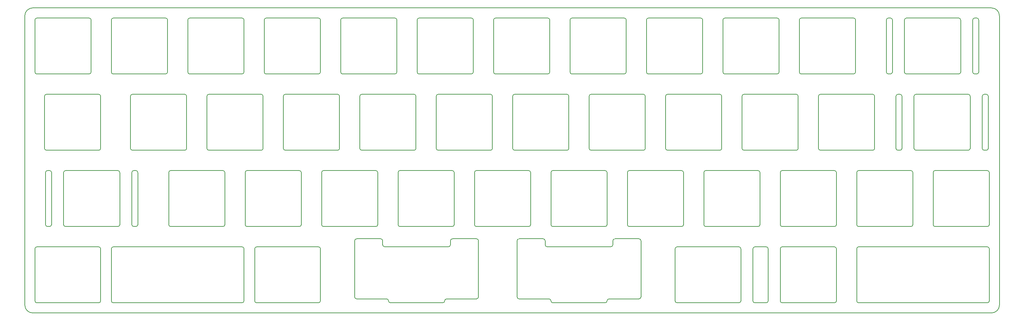
<source format=gm1>
G04 #@! TF.GenerationSoftware,KiCad,Pcbnew,(6.0.1)*
G04 #@! TF.CreationDate,2022-12-02T16:12:10+01:00*
G04 #@! TF.ProjectId,plateA,706c6174-6541-42e6-9b69-6361645f7063,rev?*
G04 #@! TF.SameCoordinates,Original*
G04 #@! TF.FileFunction,Profile,NP*
%FSLAX46Y46*%
G04 Gerber Fmt 4.6, Leading zero omitted, Abs format (unit mm)*
G04 Created by KiCad (PCBNEW (6.0.1)) date 2022-12-02 16:12:10*
%MOMM*%
%LPD*%
G01*
G04 APERTURE LIST*
G04 #@! TA.AperFunction,Profile*
%ADD10C,0.200000*%
G04 #@! TD*
G04 APERTURE END LIST*
D10*
X83493750Y-113650000D02*
X51443750Y-113650000D01*
X83993750Y-114150000D02*
G75*
G03*
X83493750Y-113650000I-500001J-1D01*
G01*
X83993750Y-127150000D02*
X83993750Y-114150000D01*
X83493750Y-127650000D02*
G75*
G03*
X83993750Y-127150000I-1J500001D01*
G01*
X51443750Y-127650000D02*
X83493750Y-127650000D01*
X50943750Y-127150000D02*
G75*
G03*
X51443750Y-127650000I500001J1D01*
G01*
X50943750Y-114150000D02*
X50943750Y-127150000D01*
X51443750Y-113650000D02*
G75*
G03*
X50943750Y-114150000I1J-500001D01*
G01*
X269231250Y-94600000D02*
X256231250Y-94600000D01*
X269731250Y-95100000D02*
G75*
G03*
X269231250Y-94600000I-500001J-1D01*
G01*
X269731250Y-108100000D02*
X269731250Y-95100000D01*
X269231250Y-108600000D02*
G75*
G03*
X269731250Y-108100000I-1J500001D01*
G01*
X256231250Y-108600000D02*
X269231250Y-108600000D01*
X255731250Y-108100000D02*
G75*
G03*
X256231250Y-108600000I500001J1D01*
G01*
X255731250Y-95100000D02*
X255731250Y-108100000D01*
X256231250Y-94600000D02*
G75*
G03*
X255731250Y-95100000I1J-500001D01*
G01*
X250181250Y-94600000D02*
X237181250Y-94600000D01*
X250681250Y-95100000D02*
G75*
G03*
X250181250Y-94600000I-500001J-1D01*
G01*
X250681250Y-108100000D02*
X250681250Y-95100000D01*
X250181250Y-108600000D02*
G75*
G03*
X250681250Y-108100000I-1J500001D01*
G01*
X237181250Y-108600000D02*
X250181250Y-108600000D01*
X236681250Y-108100000D02*
G75*
G03*
X237181250Y-108600000I500001J1D01*
G01*
X236681250Y-95100000D02*
X236681250Y-108100000D01*
X237181250Y-94600000D02*
G75*
G03*
X236681250Y-95100000I1J-500001D01*
G01*
X231131250Y-94600000D02*
X218131250Y-94600000D01*
X231631250Y-95100000D02*
G75*
G03*
X231131250Y-94600000I-500001J-1D01*
G01*
X231631250Y-108100000D02*
X231631250Y-95100000D01*
X231131250Y-108600000D02*
G75*
G03*
X231631250Y-108100000I-1J500001D01*
G01*
X218131250Y-108600000D02*
X231131250Y-108600000D01*
X217631250Y-108100000D02*
G75*
G03*
X218131250Y-108600000I500001J1D01*
G01*
X217631250Y-95100000D02*
X217631250Y-108100000D01*
X218131250Y-94600000D02*
G75*
G03*
X217631250Y-95100000I1J-500001D01*
G01*
X84281250Y-108100000D02*
G75*
G03*
X84781250Y-108600000I500001J1D01*
G01*
X97781250Y-108600000D02*
X84781250Y-108600000D01*
X97781250Y-108600000D02*
G75*
G03*
X98281250Y-108100000I-1J500001D01*
G01*
X98281250Y-95100000D02*
X98281250Y-108100000D01*
X98281250Y-95100000D02*
G75*
G03*
X97781250Y-94600000I-500001J-1D01*
G01*
X84781250Y-94600000D02*
X97781250Y-94600000D01*
X84781250Y-94600000D02*
G75*
G03*
X84281250Y-95100000I1J-500001D01*
G01*
X84281250Y-108100000D02*
X84281250Y-95100000D01*
X173981250Y-94600000D02*
X160981250Y-94600000D01*
X174481250Y-95100000D02*
G75*
G03*
X173981250Y-94600000I-500001J-1D01*
G01*
X174481250Y-108100000D02*
X174481250Y-95100000D01*
X173981250Y-108600000D02*
G75*
G03*
X174481250Y-108100000I-1J500001D01*
G01*
X160981250Y-108600000D02*
X173981250Y-108600000D01*
X160481250Y-108100000D02*
G75*
G03*
X160981250Y-108600000I500001J1D01*
G01*
X160481250Y-95100000D02*
X160481250Y-108100000D01*
X160981250Y-94600000D02*
G75*
G03*
X160481250Y-95100000I1J-500001D01*
G01*
X116831250Y-94600000D02*
X103831250Y-94600000D01*
X117331250Y-95100000D02*
G75*
G03*
X116831250Y-94600000I-500001J-1D01*
G01*
X117331250Y-108100000D02*
X117331250Y-95100000D01*
X116831250Y-108600000D02*
G75*
G03*
X117331250Y-108100000I-1J500001D01*
G01*
X103831250Y-108600000D02*
X116831250Y-108600000D01*
X103331250Y-108100000D02*
G75*
G03*
X103831250Y-108600000I500001J1D01*
G01*
X103331250Y-95100000D02*
X103331250Y-108100000D01*
X103831250Y-94600000D02*
G75*
G03*
X103331250Y-95100000I1J-500001D01*
G01*
X154931250Y-94600000D02*
X141931250Y-94600000D01*
X155431250Y-95100000D02*
G75*
G03*
X154931250Y-94600000I-500001J-1D01*
G01*
X155431250Y-108100000D02*
X155431250Y-95100000D01*
X154931250Y-108600000D02*
G75*
G03*
X155431250Y-108100000I-1J500001D01*
G01*
X141931250Y-108600000D02*
X154931250Y-108600000D01*
X141431250Y-108100000D02*
G75*
G03*
X141931250Y-108600000I500001J1D01*
G01*
X141431250Y-95100000D02*
X141431250Y-108100000D01*
X141931250Y-94600000D02*
G75*
G03*
X141431250Y-95100000I1J-500001D01*
G01*
X193031250Y-94600000D02*
X180031250Y-94600000D01*
X193531250Y-95100000D02*
G75*
G03*
X193031250Y-94600000I-500001J-1D01*
G01*
X193531250Y-108100000D02*
X193531250Y-95100000D01*
X193031250Y-108600000D02*
G75*
G03*
X193531250Y-108100000I-1J500001D01*
G01*
X180031250Y-108600000D02*
X193031250Y-108600000D01*
X179531250Y-108100000D02*
G75*
G03*
X180031250Y-108600000I500001J1D01*
G01*
X179531250Y-95100000D02*
X179531250Y-108100000D01*
X180031250Y-94600000D02*
G75*
G03*
X179531250Y-95100000I1J-500001D01*
G01*
X122381250Y-108100000D02*
G75*
G03*
X122881250Y-108600000I500001J1D01*
G01*
X135881250Y-108600000D02*
X122881250Y-108600000D01*
X135881250Y-108600000D02*
G75*
G03*
X136381250Y-108100000I-1J500001D01*
G01*
X136381250Y-95100000D02*
X136381250Y-108100000D01*
X136381250Y-95100000D02*
G75*
G03*
X135881250Y-94600000I-500001J-1D01*
G01*
X122881250Y-94600000D02*
X135881250Y-94600000D01*
X122881250Y-94600000D02*
G75*
G03*
X122381250Y-95100000I1J-500001D01*
G01*
X122381250Y-108100000D02*
X122381250Y-95100000D01*
X212081250Y-94600000D02*
X199081250Y-94600000D01*
X212581250Y-95100000D02*
G75*
G03*
X212081250Y-94600000I-500001J-1D01*
G01*
X212581250Y-108100000D02*
X212581250Y-95100000D01*
X212081250Y-108600000D02*
G75*
G03*
X212581250Y-108100000I-1J500001D01*
G01*
X199081250Y-108600000D02*
X212081250Y-108600000D01*
X198581250Y-108100000D02*
G75*
G03*
X199081250Y-108600000I500001J1D01*
G01*
X198581250Y-95100000D02*
X198581250Y-108100000D01*
X199081250Y-94600000D02*
G75*
G03*
X198581250Y-95100000I1J-500001D01*
G01*
X78731250Y-94600000D02*
X65731250Y-94600000D01*
X79231250Y-95100000D02*
G75*
G03*
X78731250Y-94600000I-500001J-1D01*
G01*
X79231250Y-108100000D02*
X79231250Y-95100000D01*
X78731250Y-108600000D02*
G75*
G03*
X79231250Y-108100000I-1J500001D01*
G01*
X65731250Y-108600000D02*
X78731250Y-108600000D01*
X65231250Y-108100000D02*
G75*
G03*
X65731250Y-108600000I500001J1D01*
G01*
X65231250Y-95100000D02*
X65231250Y-108100000D01*
X65731250Y-94600000D02*
G75*
G03*
X65231250Y-95100000I1J-500001D01*
G01*
X52537500Y-94600000D02*
X39537500Y-94600000D01*
X53037500Y-95100000D02*
G75*
G03*
X52537500Y-94600000I-500001J-1D01*
G01*
X53037500Y-108100000D02*
X53037500Y-95100000D01*
X52537500Y-108600000D02*
G75*
G03*
X53037500Y-108100000I-1J500001D01*
G01*
X39537500Y-108600000D02*
X52537500Y-108600000D01*
X39037500Y-108100000D02*
G75*
G03*
X39537500Y-108600000I500001J1D01*
G01*
X39037500Y-95100000D02*
X39037500Y-108100000D01*
X39537500Y-94600000D02*
G75*
G03*
X39037500Y-95100000I1J-500001D01*
G01*
X250968750Y-89050000D02*
G75*
G03*
X251468750Y-89550000I500001J1D01*
G01*
X264468750Y-89550000D02*
X251468750Y-89550000D01*
X264468750Y-89550000D02*
G75*
G03*
X264968750Y-89050000I-1J500001D01*
G01*
X264968750Y-76050000D02*
X264968750Y-89050000D01*
X264968750Y-76050000D02*
G75*
G03*
X264468750Y-75550000I-500001J-1D01*
G01*
X251468750Y-75550000D02*
X264468750Y-75550000D01*
X251468750Y-75550000D02*
G75*
G03*
X250968750Y-76050000I1J-500001D01*
G01*
X250968750Y-89050000D02*
X250968750Y-76050000D01*
X240656250Y-75550000D02*
X227656250Y-75550000D01*
X241156250Y-76050000D02*
G75*
G03*
X240656250Y-75550000I-500001J-1D01*
G01*
X241156250Y-89050000D02*
X241156250Y-76050000D01*
X240656250Y-89550000D02*
G75*
G03*
X241156250Y-89050000I-1J500001D01*
G01*
X227656250Y-89550000D02*
X240656250Y-89550000D01*
X227156250Y-89050000D02*
G75*
G03*
X227656250Y-89550000I500001J1D01*
G01*
X227156250Y-76050000D02*
X227156250Y-89050000D01*
X227656250Y-75550000D02*
G75*
G03*
X227156250Y-76050000I1J-500001D01*
G01*
X35537500Y-94600000D02*
X35037500Y-94600000D01*
X36037500Y-95100000D02*
G75*
G03*
X35537500Y-94600000I-500001J-1D01*
G01*
X36037500Y-108100000D02*
X36037500Y-95100000D01*
X35537500Y-108600000D02*
G75*
G03*
X36037500Y-108100000I-1J500001D01*
G01*
X35037500Y-108600000D02*
X35537500Y-108600000D01*
X34537500Y-108100000D02*
G75*
G03*
X35037500Y-108600000I500001J1D01*
G01*
X34537500Y-95100000D02*
X34537500Y-108100000D01*
X35037500Y-94600000D02*
G75*
G03*
X34537500Y-95100000I1J-500001D01*
G01*
X57537500Y-108100000D02*
X57537500Y-95100000D01*
X57037500Y-108600000D02*
G75*
G03*
X57537500Y-108100000I-1J500001D01*
G01*
X56537500Y-108600000D02*
X57037500Y-108600000D01*
X56037500Y-108100000D02*
G75*
G03*
X56537500Y-108600000I500001J1D01*
G01*
X56037500Y-95100000D02*
X56037500Y-108100000D01*
X56537500Y-94600000D02*
G75*
G03*
X56037500Y-95100000I1J-500001D01*
G01*
X57037500Y-94600000D02*
X56537500Y-94600000D01*
X57537500Y-95100000D02*
G75*
G03*
X57037500Y-94600000I-500001J-1D01*
G01*
X268968750Y-75550000D02*
X268468750Y-75550000D01*
X269468750Y-76050000D02*
G75*
G03*
X268968750Y-75550000I-500001J-1D01*
G01*
X269468750Y-89050000D02*
X269468750Y-76050000D01*
X268968750Y-89550000D02*
G75*
G03*
X269468750Y-89050000I-1J500001D01*
G01*
X268468750Y-89550000D02*
X268968750Y-89550000D01*
X267968750Y-89050000D02*
G75*
G03*
X268468750Y-89550000I500001J1D01*
G01*
X267968750Y-76050000D02*
X267968750Y-89050000D01*
X268468750Y-75550000D02*
G75*
G03*
X267968750Y-76050000I1J-500001D01*
G01*
X247968750Y-89050000D02*
X247968750Y-76050000D01*
X247468750Y-89550000D02*
G75*
G03*
X247968750Y-89050000I-1J500001D01*
G01*
X246968750Y-89550000D02*
X247468750Y-89550000D01*
X246468750Y-89050000D02*
G75*
G03*
X246968750Y-89550000I500001J1D01*
G01*
X246468750Y-76050000D02*
X246468750Y-89050000D01*
X246968750Y-75550000D02*
G75*
G03*
X246468750Y-76050000I1J-500001D01*
G01*
X247468750Y-75550000D02*
X246968750Y-75550000D01*
X247968750Y-76050000D02*
G75*
G03*
X247468750Y-75550000I-500001J-1D01*
G01*
X221606250Y-75550000D02*
X208606250Y-75550000D01*
X222106250Y-76050000D02*
G75*
G03*
X221606250Y-75550000I-500001J-1D01*
G01*
X222106250Y-89050000D02*
X222106250Y-76050000D01*
X221606250Y-89550000D02*
G75*
G03*
X222106250Y-89050000I-1J500001D01*
G01*
X208606250Y-89550000D02*
X221606250Y-89550000D01*
X208106250Y-89050000D02*
G75*
G03*
X208606250Y-89550000I500001J1D01*
G01*
X208106250Y-76050000D02*
X208106250Y-89050000D01*
X208606250Y-75550000D02*
G75*
G03*
X208106250Y-76050000I1J-500001D01*
G01*
X145406250Y-75550000D02*
X132406250Y-75550000D01*
X145906250Y-76050000D02*
G75*
G03*
X145406250Y-75550000I-500001J-1D01*
G01*
X145906250Y-89050000D02*
X145906250Y-76050000D01*
X145406250Y-89550000D02*
G75*
G03*
X145906250Y-89050000I-1J500001D01*
G01*
X132406250Y-89550000D02*
X145406250Y-89550000D01*
X131906250Y-89050000D02*
G75*
G03*
X132406250Y-89550000I500001J1D01*
G01*
X131906250Y-76050000D02*
X131906250Y-89050000D01*
X132406250Y-75550000D02*
G75*
G03*
X131906250Y-76050000I1J-500001D01*
G01*
X183506250Y-75550000D02*
X170506250Y-75550000D01*
X184006250Y-76050000D02*
G75*
G03*
X183506250Y-75550000I-500001J-1D01*
G01*
X184006250Y-89050000D02*
X184006250Y-76050000D01*
X183506250Y-89550000D02*
G75*
G03*
X184006250Y-89050000I-1J500001D01*
G01*
X170506250Y-89550000D02*
X183506250Y-89550000D01*
X170006250Y-89050000D02*
G75*
G03*
X170506250Y-89550000I500001J1D01*
G01*
X170006250Y-76050000D02*
X170006250Y-89050000D01*
X170506250Y-75550000D02*
G75*
G03*
X170006250Y-76050000I1J-500001D01*
G01*
X88256250Y-75550000D02*
X75256250Y-75550000D01*
X88756250Y-76050000D02*
G75*
G03*
X88256250Y-75550000I-500001J-1D01*
G01*
X88756250Y-89050000D02*
X88756250Y-76050000D01*
X88256250Y-89550000D02*
G75*
G03*
X88756250Y-89050000I-1J500001D01*
G01*
X75256250Y-89550000D02*
X88256250Y-89550000D01*
X74756250Y-89050000D02*
G75*
G03*
X75256250Y-89550000I500001J1D01*
G01*
X74756250Y-76050000D02*
X74756250Y-89050000D01*
X75256250Y-75550000D02*
G75*
G03*
X74756250Y-76050000I1J-500001D01*
G01*
X202556250Y-75550000D02*
X189556250Y-75550000D01*
X203056250Y-76050000D02*
G75*
G03*
X202556250Y-75550000I-500001J-1D01*
G01*
X203056250Y-89050000D02*
X203056250Y-76050000D01*
X202556250Y-89550000D02*
G75*
G03*
X203056250Y-89050000I-1J500001D01*
G01*
X189556250Y-89550000D02*
X202556250Y-89550000D01*
X189056250Y-89050000D02*
G75*
G03*
X189556250Y-89550000I500001J1D01*
G01*
X189056250Y-76050000D02*
X189056250Y-89050000D01*
X189556250Y-75550000D02*
G75*
G03*
X189056250Y-76050000I1J-500001D01*
G01*
X126356250Y-75550000D02*
X113356250Y-75550000D01*
X126856250Y-76050000D02*
G75*
G03*
X126356250Y-75550000I-500001J-1D01*
G01*
X126856250Y-89050000D02*
X126856250Y-76050000D01*
X126356250Y-89550000D02*
G75*
G03*
X126856250Y-89050000I-1J500001D01*
G01*
X113356250Y-89550000D02*
X126356250Y-89550000D01*
X112856250Y-89050000D02*
G75*
G03*
X113356250Y-89550000I500001J1D01*
G01*
X112856250Y-76050000D02*
X112856250Y-89050000D01*
X113356250Y-75550000D02*
G75*
G03*
X112856250Y-76050000I1J-500001D01*
G01*
X69206250Y-75550000D02*
X56206250Y-75550000D01*
X69706250Y-76050000D02*
G75*
G03*
X69206250Y-75550000I-500001J-1D01*
G01*
X69706250Y-89050000D02*
X69706250Y-76050000D01*
X69206250Y-89550000D02*
G75*
G03*
X69706250Y-89050000I-1J500001D01*
G01*
X56206250Y-89550000D02*
X69206250Y-89550000D01*
X55706250Y-89050000D02*
G75*
G03*
X56206250Y-89550000I500001J1D01*
G01*
X55706250Y-76050000D02*
X55706250Y-89050000D01*
X56206250Y-75550000D02*
G75*
G03*
X55706250Y-76050000I1J-500001D01*
G01*
X164456250Y-75550000D02*
X151456250Y-75550000D01*
X164956250Y-76050000D02*
G75*
G03*
X164456250Y-75550000I-500001J-1D01*
G01*
X164956250Y-89050000D02*
X164956250Y-76050000D01*
X164456250Y-89550000D02*
G75*
G03*
X164956250Y-89050000I-1J500001D01*
G01*
X151456250Y-89550000D02*
X164456250Y-89550000D01*
X150956250Y-89050000D02*
G75*
G03*
X151456250Y-89550000I500001J1D01*
G01*
X150956250Y-76050000D02*
X150956250Y-89050000D01*
X151456250Y-75550000D02*
G75*
G03*
X150956250Y-76050000I1J-500001D01*
G01*
X107306250Y-75550000D02*
X94306250Y-75550000D01*
X107806250Y-76050000D02*
G75*
G03*
X107306250Y-75550000I-500001J-1D01*
G01*
X107806250Y-89050000D02*
X107806250Y-76050000D01*
X107306250Y-89550000D02*
G75*
G03*
X107806250Y-89050000I-1J500001D01*
G01*
X94306250Y-89550000D02*
X107306250Y-89550000D01*
X93806250Y-89050000D02*
G75*
G03*
X94306250Y-89550000I500001J1D01*
G01*
X93806250Y-76050000D02*
X93806250Y-89050000D01*
X94306250Y-75550000D02*
G75*
G03*
X93806250Y-76050000I1J-500001D01*
G01*
X47775000Y-75550000D02*
X34775000Y-75550000D01*
X48275000Y-76050000D02*
G75*
G03*
X47775000Y-75550000I-500001J-1D01*
G01*
X48275000Y-89050000D02*
X48275000Y-76050000D01*
X47775000Y-89550000D02*
G75*
G03*
X48275000Y-89050000I-1J500001D01*
G01*
X34775000Y-89550000D02*
X47775000Y-89550000D01*
X34275000Y-89050000D02*
G75*
G03*
X34775000Y-89550000I500001J1D01*
G01*
X34275000Y-76050000D02*
X34275000Y-89050000D01*
X34775000Y-75550000D02*
G75*
G03*
X34275000Y-76050000I1J-500001D01*
G01*
X266587500Y-56500000D02*
X266087500Y-56500000D01*
X267087500Y-57000000D02*
G75*
G03*
X266587500Y-56500000I-500001J-1D01*
G01*
X267087500Y-70000000D02*
X267087500Y-57000000D01*
X266587500Y-70500000D02*
G75*
G03*
X267087500Y-70000000I-1J500001D01*
G01*
X266087500Y-70500000D02*
X266587500Y-70500000D01*
X265587500Y-70000000D02*
G75*
G03*
X266087500Y-70500000I500001J1D01*
G01*
X265587500Y-57000000D02*
X265587500Y-70000000D01*
X266087500Y-56500000D02*
G75*
G03*
X265587500Y-57000000I1J-500001D01*
G01*
X245087500Y-56500000D02*
X244587500Y-56500000D01*
X245587500Y-57000000D02*
G75*
G03*
X245087500Y-56500000I-500001J-1D01*
G01*
X245587500Y-70000000D02*
X245587500Y-57000000D01*
X245087500Y-70500000D02*
G75*
G03*
X245587500Y-70000000I-1J500001D01*
G01*
X244587500Y-70500000D02*
X245087500Y-70500000D01*
X244087500Y-70000000D02*
G75*
G03*
X244587500Y-70500000I500001J1D01*
G01*
X244087500Y-57000000D02*
X244087500Y-70000000D01*
X244587500Y-56500000D02*
G75*
G03*
X244087500Y-57000000I1J-500001D01*
G01*
X203343750Y-70000000D02*
G75*
G03*
X203843750Y-70500000I500001J1D01*
G01*
X216843750Y-70500000D02*
X203843750Y-70500000D01*
X216843750Y-70500000D02*
G75*
G03*
X217343750Y-70000000I-1J500001D01*
G01*
X217343750Y-57000000D02*
X217343750Y-70000000D01*
X217343750Y-57000000D02*
G75*
G03*
X216843750Y-56500000I-500001J-1D01*
G01*
X203843750Y-56500000D02*
X216843750Y-56500000D01*
X203843750Y-56500000D02*
G75*
G03*
X203343750Y-57000000I1J-500001D01*
G01*
X203343750Y-70000000D02*
X203343750Y-57000000D01*
X178743750Y-56500000D02*
X165743750Y-56500000D01*
X179243750Y-57000000D02*
G75*
G03*
X178743750Y-56500000I-500001J-1D01*
G01*
X179243750Y-70000000D02*
X179243750Y-57000000D01*
X178743750Y-70500000D02*
G75*
G03*
X179243750Y-70000000I-1J500001D01*
G01*
X165743750Y-70500000D02*
X178743750Y-70500000D01*
X165243750Y-70000000D02*
G75*
G03*
X165743750Y-70500000I500001J1D01*
G01*
X165243750Y-57000000D02*
X165243750Y-70000000D01*
X165743750Y-56500000D02*
G75*
G03*
X165243750Y-57000000I1J-500001D01*
G01*
X211318750Y-127650000D02*
X214131250Y-127650000D01*
X210818750Y-127150000D02*
G75*
G03*
X211318750Y-127650000I500001J1D01*
G01*
X210818750Y-114150000D02*
X210818750Y-127150000D01*
X211318750Y-113650000D02*
G75*
G03*
X210818750Y-114150000I1J-500001D01*
G01*
X214131250Y-113650000D02*
X211318750Y-113650000D01*
X214631250Y-114150000D02*
G75*
G03*
X214131250Y-113650000I-500001J-1D01*
G01*
X214631250Y-127150000D02*
X214631250Y-114150000D01*
X214131250Y-127650000D02*
G75*
G03*
X214631250Y-127150000I-1J500001D01*
G01*
X47775000Y-113650000D02*
X32393750Y-113650000D01*
X48275000Y-114150000D02*
G75*
G03*
X47775000Y-113650000I-500001J-1D01*
G01*
X48275000Y-127150000D02*
X48275000Y-114150000D01*
X47775000Y-127650000D02*
G75*
G03*
X48275000Y-127150000I-1J500001D01*
G01*
X32393750Y-127650000D02*
X47775000Y-127650000D01*
X31893750Y-127150000D02*
G75*
G03*
X32393750Y-127650000I500001J1D01*
G01*
X31893750Y-114150000D02*
X31893750Y-127150000D01*
X32393750Y-113650000D02*
G75*
G03*
X31893750Y-114150000I1J-500001D01*
G01*
X197793750Y-56500000D02*
X184793750Y-56500000D01*
X198293750Y-57000000D02*
G75*
G03*
X197793750Y-56500000I-500001J-1D01*
G01*
X198293750Y-70000000D02*
X198293750Y-57000000D01*
X197793750Y-70500000D02*
G75*
G03*
X198293750Y-70000000I-1J500001D01*
G01*
X184793750Y-70500000D02*
X197793750Y-70500000D01*
X184293750Y-70000000D02*
G75*
G03*
X184793750Y-70500000I500001J1D01*
G01*
X184293750Y-57000000D02*
X184293750Y-70000000D01*
X184793750Y-56500000D02*
G75*
G03*
X184293750Y-57000000I1J-500001D01*
G01*
X87162500Y-113650000D02*
G75*
G03*
X86662500Y-114150000I1J-500001D01*
G01*
X86662500Y-127150000D02*
X86662500Y-114150000D01*
X86662500Y-127150000D02*
G75*
G03*
X87162500Y-127650000I500001J1D01*
G01*
X102543750Y-127650000D02*
X87162500Y-127650000D01*
X102543750Y-127650000D02*
G75*
G03*
X103043750Y-127150000I-1J500001D01*
G01*
X103043750Y-114150000D02*
X103043750Y-127150000D01*
X103043750Y-114150000D02*
G75*
G03*
X102543750Y-113650000I-500001J-1D01*
G01*
X87162500Y-113650000D02*
X102543750Y-113650000D01*
X262087500Y-56500000D02*
X249087500Y-56500000D01*
X262587500Y-57000000D02*
G75*
G03*
X262087500Y-56500000I-500001J-1D01*
G01*
X262587500Y-70000000D02*
X262587500Y-57000000D01*
X262087500Y-70500000D02*
G75*
G03*
X262587500Y-70000000I-1J500001D01*
G01*
X249087500Y-70500000D02*
X262087500Y-70500000D01*
X248587500Y-70000000D02*
G75*
G03*
X249087500Y-70500000I500001J1D01*
G01*
X248587500Y-57000000D02*
X248587500Y-70000000D01*
X249087500Y-56500000D02*
G75*
G03*
X248587500Y-57000000I1J-500001D01*
G01*
X207318750Y-113650000D02*
X191937500Y-113650000D01*
X207818750Y-114150000D02*
G75*
G03*
X207318750Y-113650000I-500001J-1D01*
G01*
X207818750Y-127150000D02*
X207818750Y-114150000D01*
X207318750Y-127650000D02*
G75*
G03*
X207818750Y-127150000I-1J500001D01*
G01*
X191937500Y-127650000D02*
X207318750Y-127650000D01*
X191437500Y-127150000D02*
G75*
G03*
X191937500Y-127650000I500001J1D01*
G01*
X191437500Y-114150000D02*
X191437500Y-127150000D01*
X191937500Y-113650000D02*
G75*
G03*
X191437500Y-114150000I1J-500001D01*
G01*
X269231250Y-113650000D02*
X237181250Y-113650000D01*
X269731250Y-114150000D02*
G75*
G03*
X269231250Y-113650000I-500001J-1D01*
G01*
X269731250Y-127150000D02*
X269731250Y-114150000D01*
X269231250Y-127650000D02*
G75*
G03*
X269731250Y-127150000I-1J500001D01*
G01*
X237181250Y-127650000D02*
X269231250Y-127650000D01*
X236681250Y-127150000D02*
G75*
G03*
X237181250Y-127650000I500001J1D01*
G01*
X236681250Y-114150000D02*
X236681250Y-127150000D01*
X237181250Y-113650000D02*
G75*
G03*
X236681250Y-114150000I1J-500001D01*
G01*
X235893750Y-56500000D02*
X222893750Y-56500000D01*
X236393750Y-57000000D02*
G75*
G03*
X235893750Y-56500000I-500001J-1D01*
G01*
X236393750Y-70000000D02*
X236393750Y-57000000D01*
X235893750Y-70500000D02*
G75*
G03*
X236393750Y-70000000I-1J500001D01*
G01*
X222893750Y-70500000D02*
X235893750Y-70500000D01*
X222393750Y-70000000D02*
G75*
G03*
X222893750Y-70500000I500001J1D01*
G01*
X222393750Y-57000000D02*
X222393750Y-70000000D01*
X222893750Y-56500000D02*
G75*
G03*
X222393750Y-57000000I1J-500001D01*
G01*
X141143750Y-70000000D02*
X141143750Y-57000000D01*
X140643750Y-70500000D02*
G75*
G03*
X141143750Y-70000000I-1J500001D01*
G01*
X127643750Y-70500000D02*
X140643750Y-70500000D01*
X127143750Y-70000000D02*
G75*
G03*
X127643750Y-70500000I500001J1D01*
G01*
X127143750Y-57000000D02*
X127143750Y-70000000D01*
X127643750Y-56500000D02*
G75*
G03*
X127143750Y-57000000I1J-500001D01*
G01*
X140643750Y-56500000D02*
X127643750Y-56500000D01*
X141143750Y-57000000D02*
G75*
G03*
X140643750Y-56500000I-500001J-1D01*
G01*
X159693750Y-56500000D02*
X146693750Y-56500000D01*
X160193750Y-57000000D02*
G75*
G03*
X159693750Y-56500000I-500001J-1D01*
G01*
X160193750Y-70000000D02*
X160193750Y-57000000D01*
X159693750Y-70500000D02*
G75*
G03*
X160193750Y-70000000I-1J500001D01*
G01*
X146693750Y-70500000D02*
X159693750Y-70500000D01*
X146193750Y-70000000D02*
G75*
G03*
X146693750Y-70500000I500001J1D01*
G01*
X146193750Y-57000000D02*
X146193750Y-70000000D01*
X146693750Y-56500000D02*
G75*
G03*
X146193750Y-57000000I1J-500001D01*
G01*
X45393750Y-56500000D02*
X32393750Y-56500000D01*
X45893750Y-57000000D02*
G75*
G03*
X45393750Y-56500000I-500001J-1D01*
G01*
X45893750Y-70000000D02*
X45893750Y-57000000D01*
X45393750Y-70500000D02*
G75*
G03*
X45893750Y-70000000I-1J500001D01*
G01*
X32393750Y-70500000D02*
X45393750Y-70500000D01*
X31893750Y-70000000D02*
G75*
G03*
X32393750Y-70500000I500001J1D01*
G01*
X31893750Y-57000000D02*
X31893750Y-70000000D01*
X32393750Y-56500000D02*
G75*
G03*
X31893750Y-57000000I1J-500001D01*
G01*
X121593750Y-56500000D02*
X108593750Y-56500000D01*
X122093750Y-57000000D02*
G75*
G03*
X121593750Y-56500000I-500001J-1D01*
G01*
X122093750Y-70000000D02*
X122093750Y-57000000D01*
X121593750Y-70500000D02*
G75*
G03*
X122093750Y-70000000I-1J500001D01*
G01*
X108593750Y-70500000D02*
X121593750Y-70500000D01*
X108093750Y-70000000D02*
G75*
G03*
X108593750Y-70500000I500001J1D01*
G01*
X108093750Y-57000000D02*
X108093750Y-70000000D01*
X108593750Y-56500000D02*
G75*
G03*
X108093750Y-57000000I1J-500001D01*
G01*
X217631250Y-127150000D02*
G75*
G03*
X218131250Y-127650000I500001J1D01*
G01*
X231131250Y-127650000D02*
X218131250Y-127650000D01*
X231131250Y-127650000D02*
G75*
G03*
X231631250Y-127150000I-1J500001D01*
G01*
X231631250Y-114150000D02*
X231631250Y-127150000D01*
X231631250Y-114150000D02*
G75*
G03*
X231131250Y-113650000I-500001J-1D01*
G01*
X218131250Y-113650000D02*
X231131250Y-113650000D01*
X218131250Y-113650000D02*
G75*
G03*
X217631250Y-114150000I1J-500001D01*
G01*
X217631250Y-127150000D02*
X217631250Y-114150000D01*
X83493750Y-56500000D02*
X70493750Y-56500000D01*
X83993750Y-57000000D02*
G75*
G03*
X83493750Y-56500000I-500001J-1D01*
G01*
X83993750Y-70000000D02*
X83993750Y-57000000D01*
X83493750Y-70500000D02*
G75*
G03*
X83993750Y-70000000I-1J500001D01*
G01*
X70493750Y-70500000D02*
X83493750Y-70500000D01*
X69993750Y-70000000D02*
G75*
G03*
X70493750Y-70500000I500001J1D01*
G01*
X69993750Y-57000000D02*
X69993750Y-70000000D01*
X70493750Y-56500000D02*
G75*
G03*
X69993750Y-57000000I1J-500001D01*
G01*
X64443750Y-56500000D02*
X51443750Y-56500000D01*
X64943750Y-57000000D02*
G75*
G03*
X64443750Y-56500000I-500001J-1D01*
G01*
X64943750Y-70000000D02*
X64943750Y-57000000D01*
X64443750Y-70500000D02*
G75*
G03*
X64943750Y-70000000I-1J500001D01*
G01*
X51443750Y-70500000D02*
X64443750Y-70500000D01*
X50943750Y-70000000D02*
G75*
G03*
X51443750Y-70500000I500001J1D01*
G01*
X50943750Y-57000000D02*
X50943750Y-70000000D01*
X51443750Y-56500000D02*
G75*
G03*
X50943750Y-57000000I1J-500001D01*
G01*
X102543750Y-56500000D02*
X89543750Y-56500000D01*
X103043750Y-57000000D02*
G75*
G03*
X102543750Y-56500000I-500001J-1D01*
G01*
X103043750Y-70000000D02*
X103043750Y-57000000D01*
X102543750Y-70500000D02*
G75*
G03*
X103043750Y-70000000I-1J500001D01*
G01*
X89543750Y-70500000D02*
X102543750Y-70500000D01*
X89043750Y-70000000D02*
G75*
G03*
X89543750Y-70500000I500001J1D01*
G01*
X89043750Y-57000000D02*
X89043750Y-70000000D01*
X89543750Y-56500000D02*
G75*
G03*
X89043750Y-57000000I1J-500001D01*
G01*
X141938000Y-126650000D02*
X134500000Y-126650000D01*
X141938000Y-126650000D02*
G75*
G03*
X142438000Y-126150000I-1J500001D01*
G01*
X142438000Y-112150000D02*
X142438000Y-126150000D01*
X142438000Y-112150000D02*
G75*
G03*
X141938000Y-111650000I-500001J-1D01*
G01*
X135938000Y-111650000D02*
X141938000Y-111650000D01*
X135938000Y-111650000D02*
G75*
G03*
X135438000Y-112150000I1J-500001D01*
G01*
X135438000Y-113150000D02*
X135438000Y-112150000D01*
X134938000Y-113650000D02*
G75*
G03*
X135438000Y-113150000I-1J500001D01*
G01*
X119062000Y-113650000D02*
X134938000Y-113650000D01*
X118562000Y-113150000D02*
G75*
G03*
X119062000Y-113650000I500001J1D01*
G01*
X118562000Y-112150000D02*
X118562000Y-113150000D01*
X118562000Y-112150000D02*
G75*
G03*
X118062000Y-111650000I-500001J-1D01*
G01*
X112062000Y-111650000D02*
X118062000Y-111650000D01*
X112062000Y-111650000D02*
G75*
G03*
X111562000Y-112150000I1J-500001D01*
G01*
X111562000Y-126150000D02*
X111562000Y-112150000D01*
X111562000Y-126150000D02*
G75*
G03*
X112062000Y-126650000I500001J1D01*
G01*
X119500000Y-126650000D02*
X112062000Y-126650000D01*
X120000000Y-127150000D02*
G75*
G03*
X119500000Y-126650000I-500001J-1D01*
G01*
X120000000Y-127150000D02*
G75*
G03*
X120500000Y-127650000I500001J1D01*
G01*
X133500000Y-127650000D02*
X120500000Y-127650000D01*
X133500000Y-127650000D02*
G75*
G03*
X134000000Y-127150000I-1J500001D01*
G01*
X134500000Y-126650000D02*
G75*
G03*
X134000000Y-127150000I1J-500001D01*
G01*
X182419250Y-126650000D02*
X174981250Y-126650000D01*
X182419250Y-126650000D02*
G75*
G03*
X182919250Y-126150000I-1J500001D01*
G01*
X182919250Y-112150000D02*
X182919250Y-126150000D01*
X182919250Y-112150000D02*
G75*
G03*
X182419250Y-111650000I-500001J-1D01*
G01*
X176419250Y-111650000D02*
X182419250Y-111650000D01*
X176419250Y-111650000D02*
G75*
G03*
X175919250Y-112150000I1J-500001D01*
G01*
X175919250Y-113150000D02*
X175919250Y-112150000D01*
X175419250Y-113650000D02*
G75*
G03*
X175919250Y-113150000I-1J500001D01*
G01*
X159543250Y-113650000D02*
X175419250Y-113650000D01*
X159043250Y-113150000D02*
G75*
G03*
X159543250Y-113650000I500001J1D01*
G01*
X159043250Y-112150000D02*
X159043250Y-113150000D01*
X159043250Y-112150000D02*
G75*
G03*
X158543250Y-111650000I-500001J-1D01*
G01*
X152543250Y-111650000D02*
X158543250Y-111650000D01*
X152543250Y-111650000D02*
G75*
G03*
X152043250Y-112150000I1J-500001D01*
G01*
X152043250Y-126150000D02*
X152043250Y-112150000D01*
X152043250Y-126150000D02*
G75*
G03*
X152543250Y-126650000I500001J1D01*
G01*
X159981250Y-126650000D02*
X152543250Y-126650000D01*
X160481250Y-127150000D02*
G75*
G03*
X159981250Y-126650000I-500001J-1D01*
G01*
X160481250Y-127150000D02*
G75*
G03*
X160981250Y-127650000I500001J1D01*
G01*
X173981250Y-127650000D02*
X160981250Y-127650000D01*
X173981250Y-127650000D02*
G75*
G03*
X174481250Y-127150000I-1J500001D01*
G01*
X174981250Y-126650000D02*
G75*
G03*
X174481250Y-127150000I1J-500001D01*
G01*
X31368750Y-130175000D02*
X270256250Y-130175000D01*
X29368750Y-128175000D02*
G75*
G03*
X31368750Y-130175000I1999999J-1D01*
G01*
X29368750Y-55975000D02*
X29368750Y-128175000D01*
X31368750Y-53975000D02*
G75*
G03*
X29368750Y-55975000I-1J-1999999D01*
G01*
X270256250Y-53975000D02*
X31368750Y-53975000D01*
X272256250Y-55975000D02*
G75*
G03*
X270256250Y-53975000I-1999999J1D01*
G01*
X272256250Y-128175000D02*
X272256250Y-55975000D01*
X270256250Y-130175000D02*
G75*
G03*
X272256250Y-128175000I1J1999999D01*
G01*
M02*

</source>
